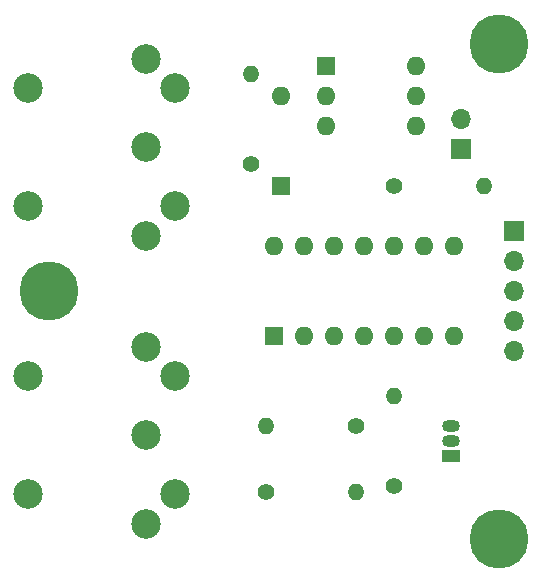
<source format=gts>
%TF.GenerationSoftware,KiCad,Pcbnew,(6.0.1)*%
%TF.CreationDate,2022-09-24T12:21:52-04:00*%
%TF.ProjectId,MIDI-IN-OUT,4d494449-2d49-44e2-9d4f-55542e6b6963,rev?*%
%TF.SameCoordinates,Original*%
%TF.FileFunction,Soldermask,Top*%
%TF.FilePolarity,Negative*%
%FSLAX46Y46*%
G04 Gerber Fmt 4.6, Leading zero omitted, Abs format (unit mm)*
G04 Created by KiCad (PCBNEW (6.0.1)) date 2022-09-24 12:21:52*
%MOMM*%
%LPD*%
G01*
G04 APERTURE LIST*
%ADD10C,5.000000*%
%ADD11C,1.400000*%
%ADD12O,1.400000X1.400000*%
%ADD13R,1.700000X1.700000*%
%ADD14O,1.700000X1.700000*%
%ADD15R,1.600000X1.600000*%
%ADD16O,1.600000X1.600000*%
%ADD17C,2.500000*%
%ADD18R,1.500000X1.050000*%
%ADD19O,1.500000X1.050000*%
G04 APERTURE END LIST*
D10*
%TO.C,MTG1*%
X130175000Y-71755000D03*
%TD*%
%TO.C,MTG2*%
X130175000Y-113665000D03*
%TD*%
D11*
%TO.C,R5*%
X110490000Y-109728000D03*
D12*
X118110000Y-109728000D03*
%TD*%
D13*
%TO.C,J3*%
X131445000Y-87635000D03*
D14*
X131445000Y-90175000D03*
X131445000Y-92715000D03*
X131445000Y-95255000D03*
X131445000Y-97795000D03*
%TD*%
D15*
%TO.C,U2*%
X115580000Y-73675000D03*
D16*
X115580000Y-76215000D03*
X115580000Y-78755000D03*
X123200000Y-78755000D03*
X123200000Y-76215000D03*
X123200000Y-73675000D03*
%TD*%
D11*
%TO.C,R2*%
X121285000Y-109220000D03*
D12*
X121285000Y-101600000D03*
%TD*%
D17*
%TO.C,J1*%
X100282000Y-88018000D03*
X100282000Y-80518000D03*
X100282000Y-73018000D03*
X102782000Y-85518000D03*
X102782000Y-75518000D03*
X90282000Y-75518000D03*
X90282000Y-85518000D03*
%TD*%
D15*
%TO.C,D1*%
X111760000Y-83820000D03*
D16*
X111760000Y-76200000D03*
%TD*%
D15*
%TO.C,U1*%
X111120000Y-96510000D03*
D16*
X113660000Y-96510000D03*
X116200000Y-96510000D03*
X118740000Y-96510000D03*
X121280000Y-96510000D03*
X123820000Y-96510000D03*
X126360000Y-96510000D03*
X126360000Y-88890000D03*
X123820000Y-88890000D03*
X121280000Y-88890000D03*
X118740000Y-88890000D03*
X116200000Y-88890000D03*
X113660000Y-88890000D03*
X111120000Y-88890000D03*
%TD*%
D11*
%TO.C,R3*%
X121285000Y-83820000D03*
D12*
X128905000Y-83820000D03*
%TD*%
D18*
%TO.C,Q1*%
X126090000Y-106680000D03*
D19*
X126090000Y-105410000D03*
X126090000Y-104140000D03*
%TD*%
D10*
%TO.C,MTG3*%
X92075000Y-92710000D03*
%TD*%
D11*
%TO.C,R1*%
X109220000Y-81915000D03*
D12*
X109220000Y-74295000D03*
%TD*%
D17*
%TO.C,J2*%
X100282000Y-112402000D03*
X100282000Y-104902000D03*
X100282000Y-97402000D03*
X102782000Y-109902000D03*
X102782000Y-99902000D03*
X90282000Y-109902000D03*
X90282000Y-99902000D03*
%TD*%
D11*
%TO.C,R4*%
X118110000Y-104140000D03*
D12*
X110490000Y-104140000D03*
%TD*%
D13*
%TO.C,J4*%
X127000000Y-80650000D03*
D14*
X127000000Y-78110000D03*
%TD*%
M02*

</source>
